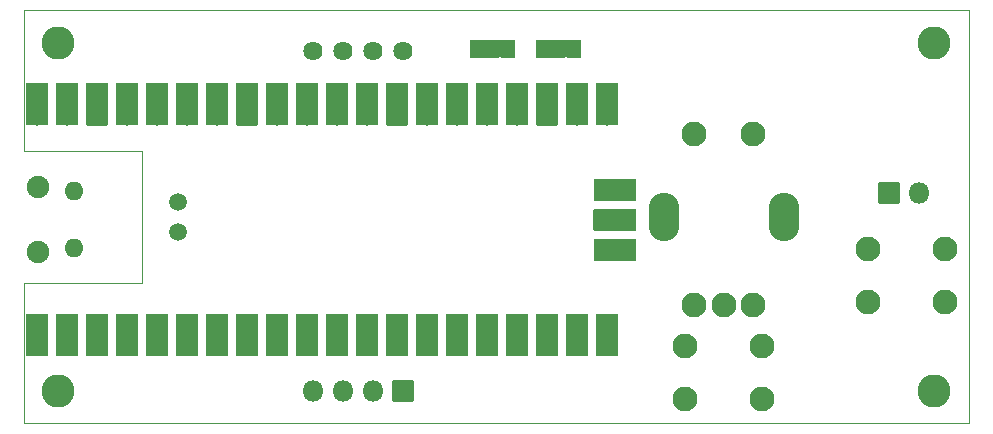
<source format=gbs>
G04 #@! TF.GenerationSoftware,KiCad,Pcbnew,(6.0.1-0)*
G04 #@! TF.CreationDate,2022-03-02T13:09:52+07:00*
G04 #@! TF.ProjectId,V0_Display,56305f44-6973-4706-9c61-792e6b696361,rev?*
G04 #@! TF.SameCoordinates,Original*
G04 #@! TF.FileFunction,Soldermask,Bot*
G04 #@! TF.FilePolarity,Negative*
%FSLAX46Y46*%
G04 Gerber Fmt 4.6, Leading zero omitted, Abs format (unit mm)*
G04 Created by KiCad (PCBNEW (6.0.1-0)) date 2022-03-02 13:09:52*
%MOMM*%
%LPD*%
G01*
G04 APERTURE LIST*
G04 Aperture macros list*
%AMRoundRect*
0 Rectangle with rounded corners*
0 $1 Rounding radius*
0 $2 $3 $4 $5 $6 $7 $8 $9 X,Y pos of 4 corners*
0 Add a 4 corners polygon primitive as box body*
4,1,4,$2,$3,$4,$5,$6,$7,$8,$9,$2,$3,0*
0 Add four circle primitives for the rounded corners*
1,1,$1+$1,$2,$3*
1,1,$1+$1,$4,$5*
1,1,$1+$1,$6,$7*
1,1,$1+$1,$8,$9*
0 Add four rect primitives between the rounded corners*
20,1,$1+$1,$2,$3,$4,$5,0*
20,1,$1+$1,$4,$5,$6,$7,0*
20,1,$1+$1,$6,$7,$8,$9,0*
20,1,$1+$1,$8,$9,$2,$3,0*%
G04 Aperture macros list end*
G04 #@! TA.AperFunction,Profile*
%ADD10C,0.050000*%
G04 #@! TD*
%ADD11C,2.802000*%
%ADD12C,2.102000*%
%ADD13O,2.602000X4.102000*%
%ADD14C,1.502000*%
%ADD15C,1.626000*%
%ADD16RoundRect,0.051000X0.850000X-0.850000X0.850000X0.850000X-0.850000X0.850000X-0.850000X-0.850000X0*%
%ADD17O,1.802000X1.802000*%
%ADD18RoundRect,0.051000X0.500000X0.750000X-0.500000X0.750000X-0.500000X-0.750000X0.500000X-0.750000X0*%
%ADD19RoundRect,0.051000X-0.850000X0.850000X-0.850000X-0.850000X0.850000X-0.850000X0.850000X0.850000X0*%
%ADD20O,1.902000X1.902000*%
%ADD21O,1.602000X1.602000*%
%ADD22RoundRect,0.051000X-0.850000X1.750000X-0.850000X-1.750000X0.850000X-1.750000X0.850000X1.750000X0*%
%ADD23RoundRect,0.051000X1.750000X0.850000X-1.750000X0.850000X-1.750000X-0.850000X1.750000X-0.850000X0*%
G04 APERTURE END LIST*
D10*
X85170000Y-61562000D02*
X85170000Y-49650000D01*
X165170000Y-84650000D02*
X85170000Y-84650000D01*
X85170000Y-84650000D02*
X85170000Y-72738000D01*
X85170000Y-61562000D02*
X95144000Y-61562000D01*
X85170000Y-72738000D02*
X95144000Y-72738000D01*
X95144000Y-61562000D02*
X95144000Y-72738000D01*
X85170000Y-49650000D02*
X165170000Y-49650000D01*
X165170000Y-49650000D02*
X165170000Y-84650000D01*
X85170000Y-61562000D02*
X85170000Y-49650000D01*
X165170000Y-84650000D02*
X85170000Y-84650000D01*
X85170000Y-84650000D02*
X85170000Y-72738000D01*
X85170000Y-61562000D02*
X95144000Y-61562000D01*
X85170000Y-72738000D02*
X95144000Y-72738000D01*
X95144000Y-61562000D02*
X95144000Y-72738000D01*
X85170000Y-49650000D02*
X165170000Y-49650000D01*
X165170000Y-49650000D02*
X165170000Y-84650000D01*
D11*
X162200000Y-81882000D03*
X162200000Y-52418000D03*
D12*
X156670000Y-69900000D03*
X163170000Y-69900000D03*
X163170000Y-74400000D03*
X156670000Y-74400000D03*
X141920000Y-74650000D03*
X146920000Y-74650000D03*
X144420000Y-74650000D03*
D13*
X149500000Y-67150000D03*
X139340000Y-67150000D03*
D12*
X141920000Y-60150000D03*
X146920000Y-60150000D03*
D11*
X88032000Y-81882000D03*
X88032000Y-52418000D03*
D14*
X98192000Y-65880000D03*
X98192000Y-68420000D03*
D15*
X109622000Y-53108000D03*
X112162000Y-53108000D03*
X114702000Y-53108000D03*
X117242000Y-53108000D03*
D16*
X117232000Y-81882000D03*
D17*
X114692000Y-81882000D03*
X112152000Y-81882000D03*
X109612000Y-81882000D03*
D12*
X147670000Y-78108000D03*
X141170000Y-78108000D03*
X147670000Y-82608000D03*
X141170000Y-82608000D03*
D18*
X126132000Y-52926000D03*
X124832000Y-52926000D03*
X123532000Y-52926000D03*
D19*
X158385000Y-65118000D03*
D17*
X160925000Y-65118000D03*
D18*
X131720000Y-52926000D03*
X130420000Y-52926000D03*
X129120000Y-52926000D03*
D20*
X86384000Y-64675000D03*
X86384000Y-70125000D03*
D21*
X89414000Y-64975000D03*
X89414000Y-69825000D03*
D22*
X86254000Y-57610000D03*
D17*
X86254000Y-58510000D03*
D22*
X88794000Y-57610000D03*
D17*
X88794000Y-58510000D03*
D19*
X91334000Y-58510000D03*
D22*
X91334000Y-57610000D03*
D17*
X93874000Y-58510000D03*
D22*
X93874000Y-57610000D03*
D17*
X96414000Y-58510000D03*
D22*
X96414000Y-57610000D03*
X98954000Y-57610000D03*
D17*
X98954000Y-58510000D03*
D22*
X101494000Y-57610000D03*
D17*
X101494000Y-58510000D03*
D19*
X104034000Y-58510000D03*
D22*
X104034000Y-57610000D03*
D17*
X106574000Y-58510000D03*
D22*
X106574000Y-57610000D03*
X109114000Y-57610000D03*
D17*
X109114000Y-58510000D03*
X111654000Y-58510000D03*
D22*
X111654000Y-57610000D03*
X114194000Y-57610000D03*
D17*
X114194000Y-58510000D03*
D22*
X116734000Y-57610000D03*
D19*
X116734000Y-58510000D03*
D17*
X119274000Y-58510000D03*
D22*
X119274000Y-57610000D03*
D17*
X121814000Y-58510000D03*
D22*
X121814000Y-57610000D03*
X124354000Y-57610000D03*
D17*
X124354000Y-58510000D03*
D22*
X126894000Y-57610000D03*
D17*
X126894000Y-58510000D03*
D19*
X129434000Y-58510000D03*
D22*
X129434000Y-57610000D03*
X131974000Y-57610000D03*
D17*
X131974000Y-58510000D03*
X134514000Y-58510000D03*
D22*
X134514000Y-57610000D03*
D17*
X134514000Y-76290000D03*
D22*
X134514000Y-77190000D03*
X131974000Y-77190000D03*
D17*
X131974000Y-76290000D03*
D22*
X129434000Y-77190000D03*
D19*
X129434000Y-76290000D03*
D22*
X126894000Y-77190000D03*
D17*
X126894000Y-76290000D03*
X124354000Y-76290000D03*
D22*
X124354000Y-77190000D03*
X121814000Y-77190000D03*
D17*
X121814000Y-76290000D03*
D22*
X119274000Y-77190000D03*
D17*
X119274000Y-76290000D03*
D22*
X116734000Y-77190000D03*
D19*
X116734000Y-76290000D03*
D17*
X114194000Y-76290000D03*
D22*
X114194000Y-77190000D03*
D17*
X111654000Y-76290000D03*
D22*
X111654000Y-77190000D03*
D17*
X109114000Y-76290000D03*
D22*
X109114000Y-77190000D03*
D17*
X106574000Y-76290000D03*
D22*
X106574000Y-77190000D03*
D19*
X104034000Y-76290000D03*
D22*
X104034000Y-77190000D03*
D17*
X101494000Y-76290000D03*
D22*
X101494000Y-77190000D03*
X98954000Y-77190000D03*
D17*
X98954000Y-76290000D03*
D22*
X96414000Y-77190000D03*
D17*
X96414000Y-76290000D03*
D22*
X93874000Y-77190000D03*
D17*
X93874000Y-76290000D03*
D22*
X91334000Y-77190000D03*
D19*
X91334000Y-76290000D03*
D22*
X88794000Y-77190000D03*
D17*
X88794000Y-76290000D03*
D22*
X86254000Y-77190000D03*
D17*
X86254000Y-76290000D03*
X134284000Y-64860000D03*
D23*
X135184000Y-64860000D03*
D19*
X134284000Y-67400000D03*
D23*
X135184000Y-67400000D03*
D17*
X134284000Y-69940000D03*
D23*
X135184000Y-69940000D03*
G36*
X124081267Y-52159301D02*
G01*
X124132946Y-52202489D01*
X124201661Y-52211120D01*
X124264291Y-52181156D01*
X124282348Y-52160318D01*
X124284238Y-52159664D01*
X124285749Y-52160974D01*
X124285821Y-52162018D01*
X124283000Y-52176199D01*
X124283000Y-53675801D01*
X124285978Y-53690774D01*
X124285335Y-53692668D01*
X124283373Y-53693058D01*
X124282733Y-53692699D01*
X124231054Y-53649511D01*
X124162339Y-53640880D01*
X124099709Y-53670844D01*
X124081652Y-53691682D01*
X124079762Y-53692336D01*
X124078251Y-53691026D01*
X124078179Y-53689982D01*
X124081000Y-53675801D01*
X124081000Y-52176199D01*
X124078022Y-52161226D01*
X124078665Y-52159332D01*
X124080627Y-52158942D01*
X124081267Y-52159301D01*
G37*
G36*
X125381267Y-52159301D02*
G01*
X125432946Y-52202489D01*
X125501661Y-52211120D01*
X125564291Y-52181156D01*
X125582348Y-52160318D01*
X125584238Y-52159664D01*
X125585749Y-52160974D01*
X125585821Y-52162018D01*
X125583000Y-52176199D01*
X125583000Y-53675801D01*
X125585978Y-53690774D01*
X125585335Y-53692668D01*
X125583373Y-53693058D01*
X125582733Y-53692699D01*
X125531054Y-53649511D01*
X125462339Y-53640880D01*
X125399709Y-53670844D01*
X125381652Y-53691682D01*
X125379762Y-53692336D01*
X125378251Y-53691026D01*
X125378179Y-53689982D01*
X125381000Y-53675801D01*
X125381000Y-52176199D01*
X125378022Y-52161226D01*
X125378665Y-52159332D01*
X125380627Y-52158942D01*
X125381267Y-52159301D01*
G37*
G36*
X130969267Y-52159301D02*
G01*
X131020946Y-52202489D01*
X131089661Y-52211120D01*
X131152291Y-52181156D01*
X131170348Y-52160318D01*
X131172238Y-52159664D01*
X131173749Y-52160974D01*
X131173821Y-52162018D01*
X131171000Y-52176199D01*
X131171000Y-53675801D01*
X131173978Y-53690774D01*
X131173335Y-53692668D01*
X131171373Y-53693058D01*
X131170733Y-53692699D01*
X131119054Y-53649511D01*
X131050339Y-53640880D01*
X130987709Y-53670844D01*
X130969652Y-53691682D01*
X130967762Y-53692336D01*
X130966251Y-53691026D01*
X130966179Y-53689982D01*
X130969000Y-53675801D01*
X130969000Y-52176199D01*
X130966022Y-52161226D01*
X130966665Y-52159332D01*
X130968627Y-52158942D01*
X130969267Y-52159301D01*
G37*
G36*
X129669267Y-52159301D02*
G01*
X129720946Y-52202489D01*
X129789661Y-52211120D01*
X129852291Y-52181156D01*
X129870348Y-52160318D01*
X129872238Y-52159664D01*
X129873749Y-52160974D01*
X129873821Y-52162018D01*
X129871000Y-52176199D01*
X129871000Y-53675801D01*
X129873978Y-53690774D01*
X129873335Y-53692668D01*
X129871373Y-53693058D01*
X129870733Y-53692699D01*
X129819054Y-53649511D01*
X129750339Y-53640880D01*
X129687709Y-53670844D01*
X129669652Y-53691682D01*
X129667762Y-53692336D01*
X129666251Y-53691026D01*
X129666179Y-53689982D01*
X129669000Y-53675801D01*
X129669000Y-52176199D01*
X129666022Y-52161226D01*
X129666665Y-52159332D01*
X129668627Y-52158942D01*
X129669267Y-52159301D01*
G37*
M02*

</source>
